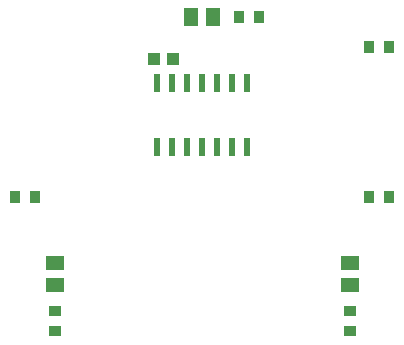
<source format=gtp>
G04*
G04 #@! TF.GenerationSoftware,Altium Limited,Altium Designer,23.4.1 (23)*
G04*
G04 Layer_Color=8421504*
%FSLAX44Y44*%
%MOMM*%
G71*
G04*
G04 #@! TF.SameCoordinates,803C344B-8DD6-4E4C-9FAA-A71E5F9A745E*
G04*
G04*
G04 #@! TF.FilePolarity,Positive*
G04*
G01*
G75*
%ADD17R,0.5500X1.5000*%
%ADD18R,0.9000X1.0000*%
%ADD19R,1.3000X1.5000*%
%ADD20R,1.0000X1.0000*%
%ADD21R,1.5000X1.3000*%
%ADD22R,1.0000X0.9000*%
D17*
X438099Y314500D02*
D03*
X425399D02*
D03*
X412699D02*
D03*
X400000Y314500D02*
D03*
X387300Y314500D02*
D03*
X374600D02*
D03*
X361900D02*
D03*
X438100Y260500D02*
D03*
X425400D02*
D03*
X412700D02*
D03*
X400000Y260500D02*
D03*
X387301Y260500D02*
D03*
X374601D02*
D03*
X361901D02*
D03*
D18*
X541500Y345000D02*
D03*
X558500D02*
D03*
X431500Y370000D02*
D03*
X448500D02*
D03*
X558500Y217500D02*
D03*
X541500D02*
D03*
X241500D02*
D03*
X258500D02*
D03*
D19*
X390500Y370000D02*
D03*
X409500D02*
D03*
D20*
X359500Y335000D02*
D03*
X375500D02*
D03*
D21*
X525000Y162000D02*
D03*
Y143000D02*
D03*
X275000Y162000D02*
D03*
Y143000D02*
D03*
D22*
X525000Y121000D02*
D03*
Y104000D02*
D03*
X275000Y121000D02*
D03*
Y104000D02*
D03*
M02*

</source>
